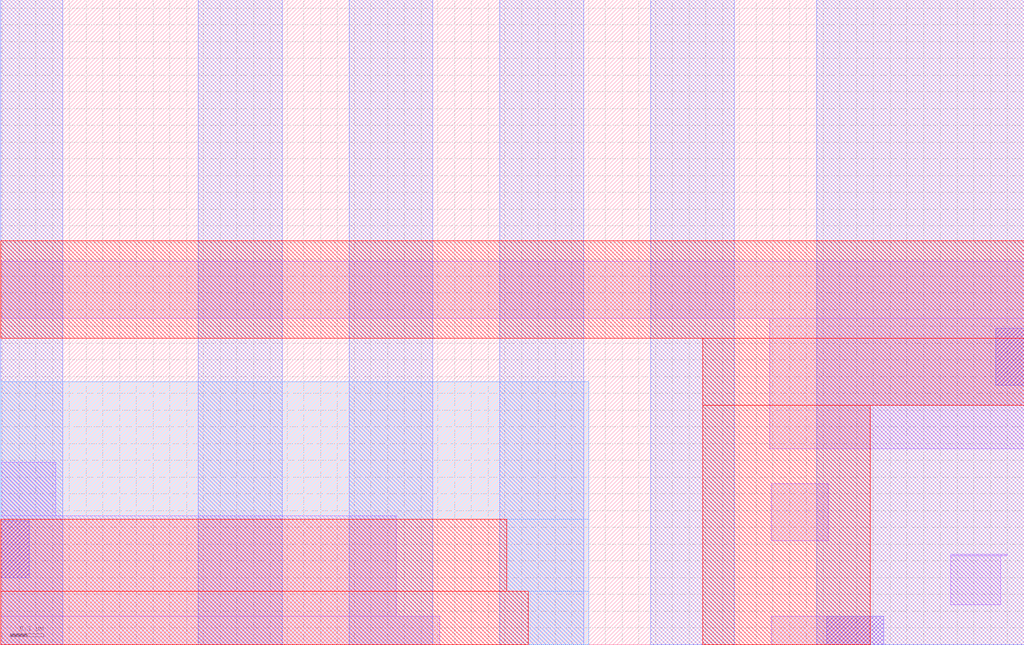
<source format=lef>
# Copyright 2020 The SkyWater PDK Authors
#
# Licensed under the Apache License, Version 2.0 (the "License");
# you may not use this file except in compliance with the License.
# You may obtain a copy of the License at
#
#     https://www.apache.org/licenses/LICENSE-2.0
#
# Unless required by applicable law or agreed to in writing, software
# distributed under the License is distributed on an "AS IS" BASIS,
# WITHOUT WARRANTIES OR CONDITIONS OF ANY KIND, either express or implied.
# See the License for the specific language governing permissions and
# limitations under the License.
#
# SPDX-License-Identifier: Apache-2.0

VERSION 5.7 ;
  NOWIREEXTENSIONATPIN ON ;
  DIVIDERCHAR "/" ;
  BUSBITCHARS "[]" ;
MACRO sky130_fd_bd_sram__sram_dp_colend_swldrv
  CLASS BLOCK ;
  FOREIGN sky130_fd_bd_sram__sram_dp_colend_swldrv ;
  ORIGIN  3.055000  0.000000 ;
  SIZE  3.055000 BY  1.925000 ;
  OBS
    LAYER li1 ;
      RECT -3.055000 0.000000 -1.745000 0.085000 ;
      RECT -3.055000 0.085000 -1.875000 0.385000 ;
      RECT -3.055000 0.385000 -2.890000 0.545000 ;
      RECT -3.055000 0.975000  0.000000 1.145000 ;
      RECT -0.760000 0.585000  0.000000 0.975000 ;
      RECT -0.755000 0.000000 -0.420000 0.085000 ;
      RECT -0.755000 0.310000 -0.585000 0.480000 ;
      RECT -0.220000 0.120000 -0.070000 0.265000 ;
      RECT -0.220000 0.265000 -0.050000 0.270000 ;
    LAYER mcon ;
      RECT -3.055000 0.200000 -2.970000 0.370000 ;
      RECT -0.590000 0.000000 -0.420000 0.085000 ;
      RECT -0.085000 0.775000  0.000000 0.945000 ;
    LAYER met1 ;
      RECT -3.055000 0.000000 -2.870000 1.925000 ;
      RECT -2.465000 0.000000 -2.215000 1.925000 ;
      RECT -2.015000 0.000000 -1.765000 1.925000 ;
      RECT -1.565000 0.000000 -1.315000 1.925000 ;
      RECT -1.115000 0.000000 -0.865000 1.925000 ;
      RECT -0.620000 0.000000  0.000000 1.925000 ;
    LAYER nwell ;
      RECT -1.480000 0.000000 -1.300000 0.160000 ;
    LAYER nwell ;
      RECT -1.545000 0.160000 -1.300000 0.375000 ;
    LAYER nwell ;
      RECT -3.055000 0.375000 -1.300000 0.785000 ;
    LAYER pwell ;
      RECT -0.960000 0.000000 -0.460000 0.715000 ;
      RECT -0.960000 0.715000  0.000000 0.915000 ;
    LAYER pwell ;
      RECT -3.055000 0.000000 -1.480000 0.160000 ;
    LAYER pwell ;
      RECT -3.055000 0.160000 -1.545000 0.375000 ;
    LAYER pwell ;
      RECT -3.055000 0.915000 0.000000 1.205000 ;
  END
END sky130_fd_bd_sram__sram_dp_colend_swldrv
END LIBRARY

</source>
